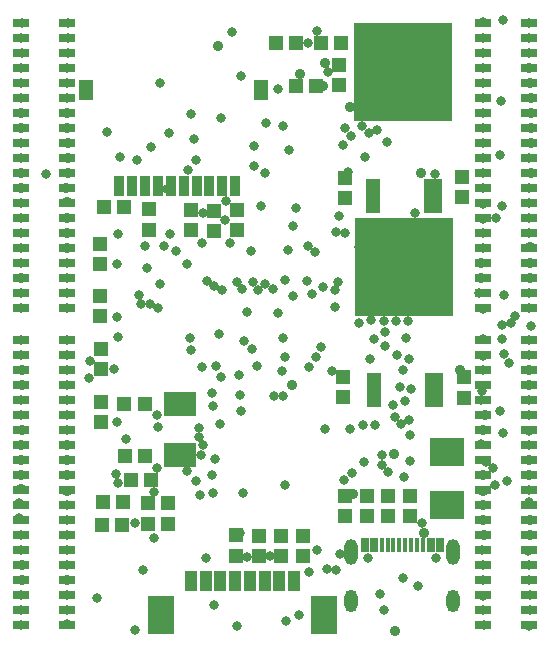
<source format=gbs>
G04*
G04 #@! TF.GenerationSoftware,Altium Limited,Altium Designer,23.6.0 (18)*
G04*
G04 Layer_Color=16711935*
%FSLAX44Y44*%
%MOMM*%
G71*
G04*
G04 #@! TF.SameCoordinates,1B3FBE08-8921-405D-8673-E2F24B904F06*
G04*
G04*
G04 #@! TF.FilePolarity,Negative*
G04*
G01*
G75*
%ADD36R,1.3032X1.2032*%
%ADD37R,1.2032X1.3032*%
%ADD53O,1.1032X1.9032*%
%ADD54O,1.1032X2.2032*%
%ADD55C,0.8032*%
%ADD56C,0.9032*%
%ADD76R,8.3332X8.3332*%
%ADD77R,1.1932X2.9932*%
%ADD78R,1.6032X2.9932*%
%ADD79R,1.2032X1.7032*%
%ADD80R,0.9032X1.8032*%
%ADD81R,0.7000X1.2400*%
%ADD82R,0.4000X1.2400*%
%ADD83R,3.0032X2.4032*%
%ADD84R,1.0032X1.8032*%
%ADD85R,2.3032X3.2032*%
%ADD86R,2.8032X2.1032*%
%ADD87R,1.4032X0.6532*%
D36*
X554000Y757750D02*
D03*
X537000D02*
D03*
X575500Y758000D02*
D03*
X592500D02*
D03*
X571250Y721250D02*
D03*
X554250D02*
D03*
X390000Y350250D02*
D03*
X407000D02*
D03*
X431000Y388000D02*
D03*
X414000D02*
D03*
X445500Y368750D02*
D03*
X428500D02*
D03*
X428500Y350500D02*
D03*
X445500D02*
D03*
X407500Y369000D02*
D03*
X390500D02*
D03*
X391500Y619500D02*
D03*
X408500D02*
D03*
X426000Y408000D02*
D03*
X409000D02*
D03*
X425750Y452000D02*
D03*
X408750D02*
D03*
D37*
X503250Y341000D02*
D03*
Y324000D02*
D03*
X388500Y499000D02*
D03*
Y482000D02*
D03*
X388250Y543750D02*
D03*
Y526750D02*
D03*
X388500Y454250D02*
D03*
Y437250D02*
D03*
X387750Y587750D02*
D03*
Y570750D02*
D03*
X590750Y739250D02*
D03*
Y722250D02*
D03*
X595250Y357500D02*
D03*
Y374500D02*
D03*
X650750Y374750D02*
D03*
Y357750D02*
D03*
X632250Y357500D02*
D03*
Y374500D02*
D03*
X613750Y357250D02*
D03*
Y374250D02*
D03*
X694500Y627750D02*
D03*
Y644750D02*
D03*
X595750Y627000D02*
D03*
Y644000D02*
D03*
X594000Y458000D02*
D03*
Y475000D02*
D03*
X696250Y457750D02*
D03*
Y474750D02*
D03*
X541250Y323500D02*
D03*
Y340500D02*
D03*
X522250Y323750D02*
D03*
Y340750D02*
D03*
X560250Y323750D02*
D03*
Y340750D02*
D03*
X429750Y600000D02*
D03*
Y617000D02*
D03*
X484750Y599000D02*
D03*
Y616000D02*
D03*
X465000Y616250D02*
D03*
Y599250D02*
D03*
X503750D02*
D03*
Y616250D02*
D03*
D53*
X600750Y285250D02*
D03*
X687250D02*
D03*
D54*
X600750Y326950D02*
D03*
X687250D02*
D03*
D55*
X615100Y322050D02*
D03*
X672900D02*
D03*
X727000Y446000D02*
D03*
X710644Y456069D02*
D03*
X711750Y463487D02*
D03*
X711000Y418250D02*
D03*
X714951Y403225D02*
D03*
X721166Y397975D02*
D03*
X645157Y390175D02*
D03*
X712209Y532550D02*
D03*
X709000Y546050D02*
D03*
X649157Y522675D02*
D03*
X660250Y351196D02*
D03*
X750886Y369250D02*
D03*
X732796Y387130D02*
D03*
X722365Y384108D02*
D03*
X475250Y613985D02*
D03*
X447716Y596250D02*
D03*
X442000Y585750D02*
D03*
X403350Y596250D02*
D03*
X452281Y582074D02*
D03*
X426000Y585750D02*
D03*
X402032Y437300D02*
D03*
X319285Y368709D02*
D03*
X319435Y355859D02*
D03*
X581262Y733422D02*
D03*
X751048Y429647D02*
D03*
X650363Y426064D02*
D03*
X649930Y438930D02*
D03*
X595220Y686075D02*
D03*
X531750Y323250D02*
D03*
X475124Y417699D02*
D03*
X471606Y424394D02*
D03*
X543213Y459481D02*
D03*
X542392Y479941D02*
D03*
X535719Y459168D02*
D03*
X612600Y661396D02*
D03*
X597600Y649000D02*
D03*
X622744Y684594D02*
D03*
X615850Y681640D02*
D03*
X609909Y687298D02*
D03*
X607521Y585000D02*
D03*
X628157Y522425D02*
D03*
X617657Y523250D02*
D03*
X607157Y521182D02*
D03*
X507350Y729750D02*
D03*
X524250Y716925D02*
D03*
X628764Y277954D02*
D03*
X625240Y291511D02*
D03*
X379238Y488945D02*
D03*
X672000Y647250D02*
D03*
X631242Y674000D02*
D03*
X600850Y679349D02*
D03*
X593850Y671500D02*
D03*
X595462Y596689D02*
D03*
X589720Y555974D02*
D03*
X571550Y767745D02*
D03*
X564000Y757750D02*
D03*
X499850Y767500D02*
D03*
X729000Y428000D02*
D03*
X637973Y441250D02*
D03*
X643118Y435792D02*
D03*
X651264Y464873D02*
D03*
X712000Y481247D02*
D03*
X636112Y451750D02*
D03*
X641657Y466925D02*
D03*
X723000Y610000D02*
D03*
X436500Y398495D02*
D03*
X403000Y385000D02*
D03*
X402000Y393000D02*
D03*
X564750Y310250D02*
D03*
X657000Y298000D02*
D03*
X433681Y378000D02*
D03*
X528907Y689925D02*
D03*
X553750Y618500D02*
D03*
X547000Y583000D02*
D03*
X494891Y624065D02*
D03*
X444750Y634000D02*
D03*
X403000Y509000D02*
D03*
X402407Y526175D02*
D03*
X410000Y423000D02*
D03*
X420695Y544302D02*
D03*
X482907Y391925D02*
D03*
X503907Y263925D02*
D03*
X507000Y343000D02*
D03*
X544907Y383925D02*
D03*
X572000Y328914D02*
D03*
X730000Y545000D02*
D03*
X712048Y622047D02*
D03*
X484802Y552339D02*
D03*
X491535Y549036D02*
D03*
X478562Y556500D02*
D03*
X654407Y613629D02*
D03*
X728377Y519127D02*
D03*
X590250Y611500D02*
D03*
X588126Y598250D02*
D03*
X567604Y545265D02*
D03*
X551750Y543750D02*
D03*
X562925Y556850D02*
D03*
X576657Y551500D02*
D03*
X538890Y529375D02*
D03*
X528088Y554082D02*
D03*
X544500Y557250D02*
D03*
X360048Y265850D02*
D03*
X342575Y646911D02*
D03*
X751333Y264739D02*
D03*
X751825Y278161D02*
D03*
X752326Y290661D02*
D03*
X712825Y265161D02*
D03*
X712326Y277661D02*
D03*
X712576Y290161D02*
D03*
X360897Y749163D02*
D03*
X361147Y762163D02*
D03*
Y775163D02*
D03*
X322147Y749413D02*
D03*
X321397Y762413D02*
D03*
X322147Y774913D02*
D03*
X321500Y711500D02*
D03*
X360250Y711250D02*
D03*
X750626Y328268D02*
D03*
X711376Y328768D02*
D03*
X461750Y395250D02*
D03*
X469250Y387500D02*
D03*
X433788Y339178D02*
D03*
X712048Y762547D02*
D03*
X446500Y681500D02*
D03*
X468000Y676500D02*
D03*
X729376Y777268D02*
D03*
X728656Y506925D02*
D03*
X734645Y487350D02*
D03*
X739577Y526950D02*
D03*
X735750Y520500D02*
D03*
X712048Y493246D02*
D03*
X518126Y670518D02*
D03*
X548236Y667008D02*
D03*
X727376Y709017D02*
D03*
X726876Y663268D02*
D03*
X419626Y658767D02*
D03*
X490376Y694268D02*
D03*
X751048Y533947D02*
D03*
X427876Y567267D02*
D03*
X521032Y484447D02*
D03*
X516657Y499250D02*
D03*
X505500Y476750D02*
D03*
X506157Y460250D02*
D03*
X507250Y446750D02*
D03*
X483157Y461425D02*
D03*
X490157Y475000D02*
D03*
X591376Y325518D02*
D03*
X588126Y312017D02*
D03*
X469100Y659000D02*
D03*
X498500Y588250D02*
D03*
X524350Y620000D02*
D03*
X494000Y608250D02*
D03*
X518250Y653500D02*
D03*
X527626Y648268D02*
D03*
X474100Y589000D02*
D03*
X462195Y650055D02*
D03*
X489587Y435733D02*
D03*
X484000Y450500D02*
D03*
X509212Y377288D02*
D03*
X385600Y287750D02*
D03*
X611850Y403500D02*
D03*
X626500Y409500D02*
D03*
X601250Y393750D02*
D03*
X631907Y394750D02*
D03*
X626750Y400500D02*
D03*
X510250Y505500D02*
D03*
X461453Y571221D02*
D03*
X521407Y549175D02*
D03*
X516250Y581500D02*
D03*
X473250Y409500D02*
D03*
X712093Y507127D02*
D03*
X712048Y609150D02*
D03*
X751048Y379647D02*
D03*
X584250Y480000D02*
D03*
X620409Y507758D02*
D03*
X629758Y513258D02*
D03*
X638657Y522425D02*
D03*
X649518Y490527D02*
D03*
X639239Y494206D02*
D03*
X629000Y501500D02*
D03*
X464763Y497884D02*
D03*
X488907Y511384D02*
D03*
X575100Y500250D02*
D03*
X571150Y492300D02*
D03*
X565100Y483500D02*
D03*
X620600Y434500D02*
D03*
X644850Y305000D02*
D03*
X646612Y454675D02*
D03*
X544750Y492500D02*
D03*
X712048Y648247D02*
D03*
X751048Y622847D02*
D03*
Y635547D02*
D03*
X438750Y554097D02*
D03*
X617000Y490750D02*
D03*
X647100Y508500D02*
D03*
X611121Y434726D02*
D03*
X599600Y431500D02*
D03*
X578907Y430925D02*
D03*
X569820Y581234D02*
D03*
X587000Y534500D02*
D03*
X474000Y483750D02*
D03*
X463850Y508500D02*
D03*
X471657Y431925D02*
D03*
X478100Y322000D02*
D03*
X543350Y687750D02*
D03*
X551500Y603000D02*
D03*
X430850Y670250D02*
D03*
X728500Y620250D02*
D03*
X430149Y536851D02*
D03*
X436944Y533675D02*
D03*
X422407Y537000D02*
D03*
X587157Y548925D02*
D03*
X543100Y508500D02*
D03*
X512750Y322750D02*
D03*
X484500Y282000D02*
D03*
X508471Y549759D02*
D03*
X512850Y530000D02*
D03*
X321048Y622750D02*
D03*
X393850Y682500D02*
D03*
X405350Y661500D02*
D03*
X545600Y269000D02*
D03*
X556393Y274000D02*
D03*
X580600Y313000D02*
D03*
X464750Y697500D02*
D03*
X424407Y311675D02*
D03*
X417407Y260676D02*
D03*
X399500Y482000D02*
D03*
X360048Y468547D02*
D03*
X378500Y474250D02*
D03*
X486157Y484175D02*
D03*
X472657Y374925D02*
D03*
X321048Y673647D02*
D03*
X360048Y341547D02*
D03*
Y354247D02*
D03*
X417907Y351175D02*
D03*
X483407Y376925D02*
D03*
X485657Y405425D02*
D03*
X438657Y723675D02*
D03*
X594907Y387925D02*
D03*
X650657Y404425D02*
D03*
X752657Y518675D02*
D03*
X644407Y480925D02*
D03*
X730157Y494925D02*
D03*
X712048Y597447D02*
D03*
X564407Y586425D02*
D03*
X534157Y549675D02*
D03*
X517500Y556000D02*
D03*
X504250D02*
D03*
X437157Y432425D02*
D03*
X435907Y442925D02*
D03*
X402157Y570925D02*
D03*
X712048Y775422D02*
D03*
X538500Y719250D02*
D03*
X751048Y775247D02*
D03*
Y762547D02*
D03*
Y749847D02*
D03*
X712048D02*
D03*
Y737147D02*
D03*
Y724447D02*
D03*
Y711747D02*
D03*
Y699047D02*
D03*
Y686347D02*
D03*
Y673647D02*
D03*
X751048Y660947D02*
D03*
X712048D02*
D03*
Y635547D02*
D03*
X751048Y610147D02*
D03*
Y597447D02*
D03*
X712048Y584747D02*
D03*
X751048Y546647D02*
D03*
Y506647D02*
D03*
Y493947D02*
D03*
Y455847D02*
D03*
Y443147D02*
D03*
Y417747D02*
D03*
Y316147D02*
D03*
X712048D02*
D03*
X751048Y303447D02*
D03*
X712048D02*
D03*
X321048Y265347D02*
D03*
X360048Y278047D02*
D03*
X321048D02*
D03*
X360048Y290747D02*
D03*
X321048D02*
D03*
X360048Y316147D02*
D03*
Y328847D02*
D03*
X321048D02*
D03*
Y341547D02*
D03*
X360048Y366947D02*
D03*
Y430447D02*
D03*
Y443147D02*
D03*
X321048D02*
D03*
X360048Y455847D02*
D03*
X321048D02*
D03*
X360048Y481247D02*
D03*
Y493947D02*
D03*
X321048D02*
D03*
X360048Y506647D02*
D03*
X321048D02*
D03*
X360048Y533947D02*
D03*
X321048D02*
D03*
Y546647D02*
D03*
X360048D02*
D03*
Y559347D02*
D03*
Y572047D02*
D03*
X321048D02*
D03*
Y584747D02*
D03*
Y597447D02*
D03*
Y610147D02*
D03*
Y660947D02*
D03*
X360048Y724447D02*
D03*
X321048D02*
D03*
X360500Y736900D02*
D03*
X321048Y737147D02*
D03*
D56*
X714000Y443000D02*
D03*
X753000Y648000D02*
D03*
Y673000D02*
D03*
Y686000D02*
D03*
Y699000D02*
D03*
Y711000D02*
D03*
X752000Y724000D02*
D03*
X751000Y737000D02*
D03*
X711000Y572000D02*
D03*
Y559000D02*
D03*
X752000Y585000D02*
D03*
Y572000D02*
D03*
Y559000D02*
D03*
X751000Y481000D02*
D03*
Y468000D02*
D03*
X712000Y430000D02*
D03*
Y354000D02*
D03*
X713000Y341000D02*
D03*
X712000Y367000D02*
D03*
Y379000D02*
D03*
Y392000D02*
D03*
X751000Y405000D02*
D03*
Y392000D02*
D03*
X752000Y354000D02*
D03*
Y341000D02*
D03*
X321000Y699000D02*
D03*
Y686000D02*
D03*
X360000Y699000D02*
D03*
Y686000D02*
D03*
X361000Y673000D02*
D03*
Y661000D02*
D03*
Y648000D02*
D03*
X321000D02*
D03*
Y635000D02*
D03*
X359000D02*
D03*
X360000Y623000D02*
D03*
Y610000D02*
D03*
Y597000D02*
D03*
Y584000D02*
D03*
X321000Y559000D02*
D03*
X360000Y418000D02*
D03*
Y405000D02*
D03*
Y392000D02*
D03*
Y379000D02*
D03*
Y303000D02*
D03*
X322000D02*
D03*
Y316000D02*
D03*
X321000Y380000D02*
D03*
Y392000D02*
D03*
Y405000D02*
D03*
Y418000D02*
D03*
X322000Y430000D02*
D03*
Y468000D02*
D03*
Y481000D02*
D03*
X577000Y721131D02*
D03*
X578254Y740903D02*
D03*
X557000Y732000D02*
D03*
X632000D02*
D03*
X487908Y755516D02*
D03*
X594000Y476000D02*
D03*
X599350Y703475D02*
D03*
X662250Y343450D02*
D03*
X660000Y648000D02*
D03*
X550250Y468000D02*
D03*
X670000Y620000D02*
D03*
X638000Y260000D02*
D03*
X602000Y376000D02*
D03*
X637000Y410000D02*
D03*
X692500Y481425D02*
D03*
D76*
X645000Y733000D02*
D03*
X645171Y568479D02*
D03*
D77*
X619600Y628800D02*
D03*
X619771Y464279D02*
D03*
D78*
X670400Y628800D02*
D03*
X670571Y464279D02*
D03*
D79*
X376250Y718250D02*
D03*
X524750D02*
D03*
D80*
X502750Y637000D02*
D03*
X491750D02*
D03*
X414750D02*
D03*
X425750D02*
D03*
X436750D02*
D03*
X447750D02*
D03*
X458750D02*
D03*
X469750D02*
D03*
X480750D02*
D03*
X403750D02*
D03*
D81*
X612000Y332750D02*
D03*
X620000D02*
D03*
X668000D02*
D03*
X676000D02*
D03*
D82*
X626500D02*
D03*
X631500D02*
D03*
X636500D02*
D03*
X641500D02*
D03*
X661500D02*
D03*
X656500D02*
D03*
X651500D02*
D03*
X646500D02*
D03*
D83*
X682250Y366500D02*
D03*
Y411500D02*
D03*
D84*
X552500Y302500D02*
D03*
X540000D02*
D03*
X527500D02*
D03*
X515000D02*
D03*
X502500D02*
D03*
X490000D02*
D03*
X477500D02*
D03*
X465000D02*
D03*
D85*
X578000Y273500D02*
D03*
X439500D02*
D03*
D86*
X455750Y409250D02*
D03*
Y452250D02*
D03*
D87*
X360500Y506400D02*
D03*
Y493700D02*
D03*
Y481000D02*
D03*
Y468300D02*
D03*
Y430200D02*
D03*
Y442900D02*
D03*
Y455600D02*
D03*
Y417500D02*
D03*
Y404800D02*
D03*
Y392100D02*
D03*
Y379400D02*
D03*
Y366700D02*
D03*
Y328600D02*
D03*
Y341300D02*
D03*
Y354000D02*
D03*
Y315900D02*
D03*
Y303200D02*
D03*
Y290500D02*
D03*
Y277800D02*
D03*
Y265100D02*
D03*
X321500Y506400D02*
D03*
Y493700D02*
D03*
Y481000D02*
D03*
Y468300D02*
D03*
Y430200D02*
D03*
Y442900D02*
D03*
Y455600D02*
D03*
Y417500D02*
D03*
Y404800D02*
D03*
Y392100D02*
D03*
Y379400D02*
D03*
Y366700D02*
D03*
Y328600D02*
D03*
Y341300D02*
D03*
Y354000D02*
D03*
Y315900D02*
D03*
Y303200D02*
D03*
Y290500D02*
D03*
Y277800D02*
D03*
Y265100D02*
D03*
X751500Y506400D02*
D03*
Y493700D02*
D03*
Y481000D02*
D03*
Y468300D02*
D03*
Y430200D02*
D03*
Y442900D02*
D03*
Y455600D02*
D03*
Y417500D02*
D03*
Y404800D02*
D03*
Y392100D02*
D03*
Y379400D02*
D03*
Y366700D02*
D03*
Y328600D02*
D03*
Y341300D02*
D03*
Y354000D02*
D03*
Y315900D02*
D03*
Y303200D02*
D03*
Y290500D02*
D03*
Y277800D02*
D03*
Y265100D02*
D03*
X712500Y506400D02*
D03*
Y493700D02*
D03*
Y481000D02*
D03*
Y468300D02*
D03*
Y430200D02*
D03*
Y442900D02*
D03*
Y455600D02*
D03*
Y417500D02*
D03*
Y404800D02*
D03*
Y392100D02*
D03*
Y379400D02*
D03*
Y366700D02*
D03*
Y328600D02*
D03*
Y341300D02*
D03*
Y354000D02*
D03*
Y315900D02*
D03*
Y303200D02*
D03*
Y290500D02*
D03*
Y277800D02*
D03*
Y265100D02*
D03*
X360500Y775000D02*
D03*
Y762300D02*
D03*
Y749600D02*
D03*
Y736900D02*
D03*
Y698800D02*
D03*
Y711500D02*
D03*
Y724200D02*
D03*
Y686100D02*
D03*
Y673400D02*
D03*
Y660700D02*
D03*
Y648000D02*
D03*
Y635300D02*
D03*
Y597200D02*
D03*
Y609900D02*
D03*
Y622600D02*
D03*
Y584500D02*
D03*
Y571800D02*
D03*
Y559100D02*
D03*
Y546400D02*
D03*
Y533700D02*
D03*
X321500Y775000D02*
D03*
Y762300D02*
D03*
Y749600D02*
D03*
Y736900D02*
D03*
Y698800D02*
D03*
Y711500D02*
D03*
Y724200D02*
D03*
Y686100D02*
D03*
Y673400D02*
D03*
Y660700D02*
D03*
Y648000D02*
D03*
Y635300D02*
D03*
Y597200D02*
D03*
Y609900D02*
D03*
Y622600D02*
D03*
Y584500D02*
D03*
Y571800D02*
D03*
Y559100D02*
D03*
Y546400D02*
D03*
Y533700D02*
D03*
X751500Y775000D02*
D03*
Y762300D02*
D03*
Y749600D02*
D03*
Y736900D02*
D03*
Y698800D02*
D03*
Y711500D02*
D03*
Y724200D02*
D03*
Y686100D02*
D03*
Y673400D02*
D03*
Y660700D02*
D03*
Y648000D02*
D03*
Y635300D02*
D03*
Y597200D02*
D03*
Y609900D02*
D03*
Y622600D02*
D03*
Y584500D02*
D03*
Y571800D02*
D03*
Y559100D02*
D03*
Y546400D02*
D03*
Y533700D02*
D03*
X712500Y775000D02*
D03*
Y762300D02*
D03*
Y749600D02*
D03*
Y736900D02*
D03*
Y698800D02*
D03*
Y711500D02*
D03*
Y724200D02*
D03*
Y686100D02*
D03*
Y673400D02*
D03*
Y660700D02*
D03*
Y648000D02*
D03*
Y635300D02*
D03*
Y597200D02*
D03*
Y609900D02*
D03*
Y622600D02*
D03*
Y584500D02*
D03*
Y571800D02*
D03*
Y559100D02*
D03*
Y546400D02*
D03*
Y533700D02*
D03*
M02*

</source>
